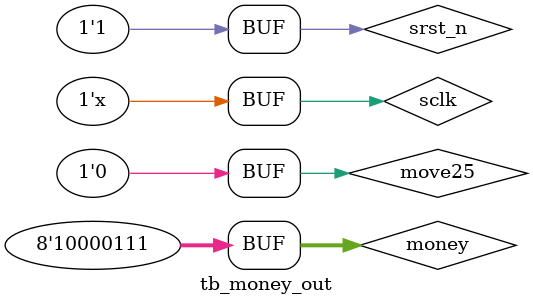
<source format=v>

`timescale 10ns / 10ns
module tb_money_out ();
	/////////////////////////////////////////////
	// parameter and signals
	/////////////////////////////////////////////
	// parameter

	// regs or wires
	reg sclk = 0;
	reg srst_n = 0;
	/////////////////////////////////////////////
	// main code
	/////////////////////////////////////////////
	// System clock
	always #10 sclk = ~sclk;

	//inital
	initial begin
		#0
			srst_n = 0;
		#30
			srst_n = 1;
		#100
			srst_n = 0;
		#30
			srst_n = 1;
	end

	reg [7:0] money = 135;
	reg 	  move25 = 0;
	wire [3:0] money_out;
	wire 	   flag;
	// models
	moneyouter moneyouter_tb(
				 .money(money),
				 .clk(sclk),
				 .en(srst_n),
				 .move25(move25),
				 .money_out(money_out),
				 .flag(flag)
				 );

	/////////////////////////////////////////////
	// code end
	/////////////////////////////////////////////
endmodule

</source>
